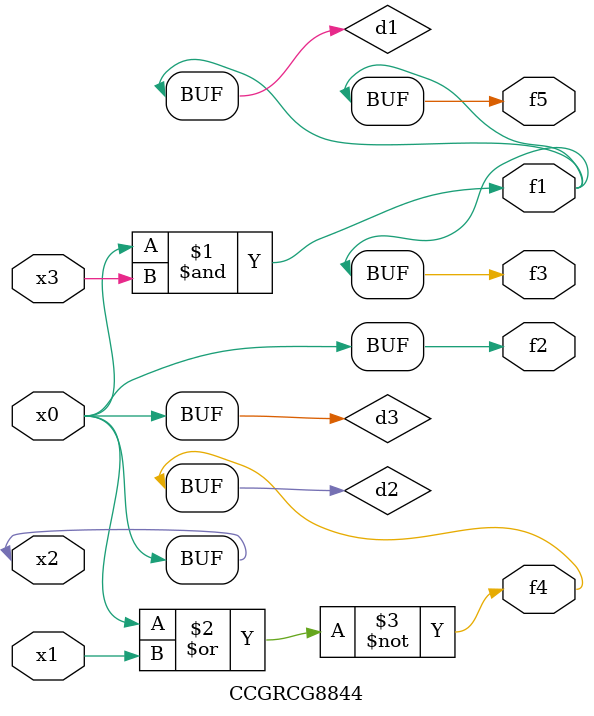
<source format=v>
module CCGRCG8844(
	input x0, x1, x2, x3,
	output f1, f2, f3, f4, f5
);

	wire d1, d2, d3;

	and (d1, x2, x3);
	nor (d2, x0, x1);
	buf (d3, x0, x2);
	assign f1 = d1;
	assign f2 = d3;
	assign f3 = d1;
	assign f4 = d2;
	assign f5 = d1;
endmodule

</source>
